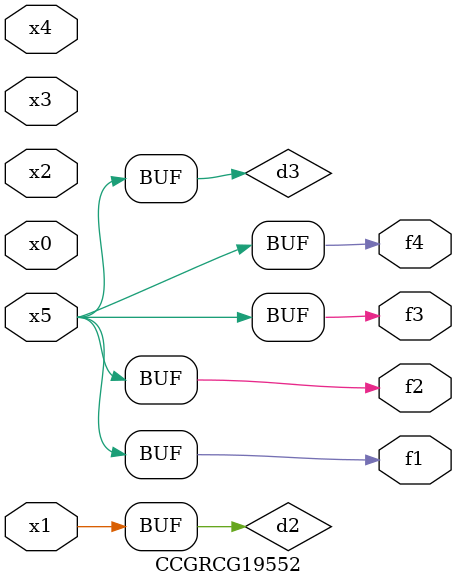
<source format=v>
module CCGRCG19552(
	input x0, x1, x2, x3, x4, x5,
	output f1, f2, f3, f4
);

	wire d1, d2, d3;

	not (d1, x5);
	or (d2, x1);
	xnor (d3, d1);
	assign f1 = d3;
	assign f2 = d3;
	assign f3 = d3;
	assign f4 = d3;
endmodule

</source>
